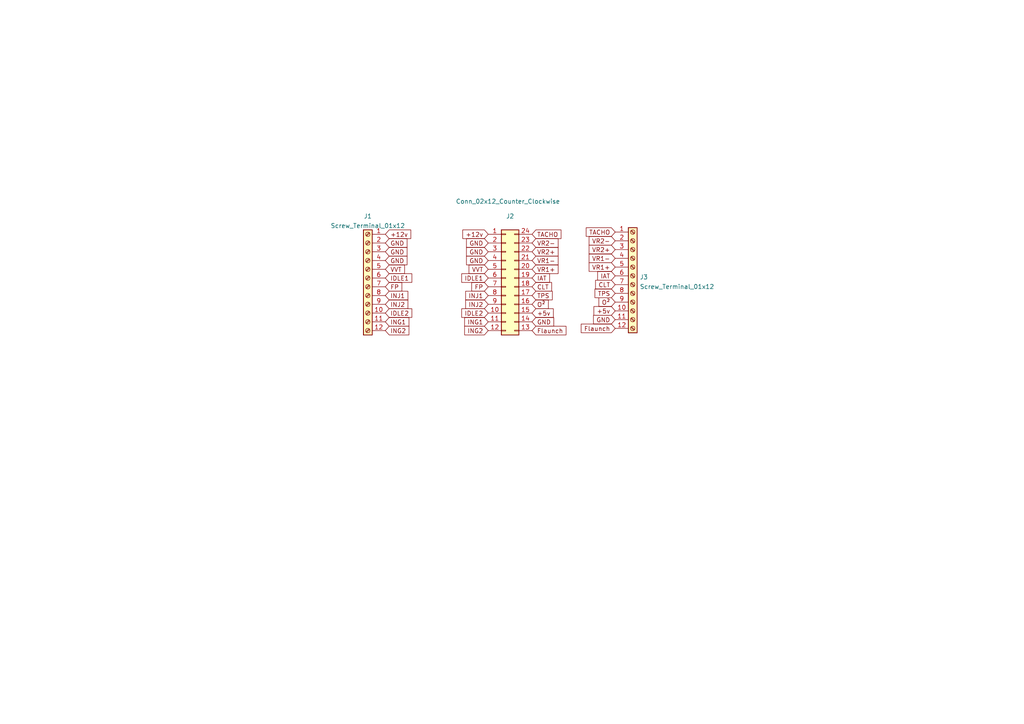
<source format=kicad_sch>
(kicad_sch (version 20211123) (generator eeschema)
  (paper "A4")
  (title_block (title "Plug Connector molex microfit 3.0 To Screew") (date "2022-04-25") (rev "v0.1"))
  (lib_symbols
    (symbol "Connector:Screw_Terminal_01x12" (pin_names (offset 1.016) hide)
      (property "Reference" "J" (at 0 15.24 0))
      (property "Value" "Screw_Terminal_01x12" (at 0 -17.78 0))
      (symbol "Screw_Terminal_01x12_1_1"
        (rectangle (start -1.27 13.97) (end 1.27 -16.51) (stroke (width 0.254)) (fill (type background)))
        (circle (center 0 -15.24) (radius 0.635) (stroke (width 0.1524)))
        (circle (center 0 -12.7) (radius 0.635) (stroke (width 0.1524)))
        (circle (center 0 -10.16) (radius 0.635) (stroke (width 0.1524)))
        (circle (center 0 -7.62) (radius 0.635) (stroke (width 0.1524)))
        (circle (center 0 -5.08) (radius 0.635) (stroke (width 0.1524)))
        (circle (center 0 -2.54) (radius 0.635) (stroke (width 0.1524)))
        (polyline (pts (xy -0.5334 -14.9098) (xy 0.3302 -15.748)) (stroke (width 0.1524)))
        (polyline (pts (xy -0.5334 -12.3698) (xy 0.3302 -13.208)) (stroke (width 0.1524)))
        (polyline (pts (xy -0.5334 -9.8298) (xy 0.3302 -10.668)) (stroke (width 0.1524)))
        (polyline (pts (xy -0.5334 -7.2898) (xy 0.3302 -8.128)) (stroke (width 0.1524)))
        (polyline (pts (xy -0.5334 -4.7498) (xy 0.3302 -5.588)) (stroke (width 0.1524)))
        (polyline (pts (xy -0.5334 -2.2098) (xy 0.3302 -3.048)) (stroke (width 0.1524)))
        (polyline (pts (xy -0.5334 0.3302) (xy 0.3302 -0.508)) (stroke (width 0.1524)))
        (polyline (pts (xy -0.5334 2.8702) (xy 0.3302 2.032)) (stroke (width 0.1524)))
        (polyline (pts (xy -0.5334 5.4102) (xy 0.3302 4.572)) (stroke (width 0.1524)))
        (polyline (pts (xy -0.5334 7.9502) (xy 0.3302 7.112)) (stroke (width 0.1524)))
        (polyline (pts (xy -0.5334 10.4902) (xy 0.3302 9.652)) (stroke (width 0.1524)))
        (polyline (pts (xy -0.5334 13.0302) (xy 0.3302 12.192)) (stroke (width 0.1524)))
        (polyline (pts (xy -0.3556 -14.732) (xy 0.508 -15.5702)) (stroke (width 0.1524)))
        (polyline (pts (xy -0.3556 -12.192) (xy 0.508 -13.0302)) (stroke (width 0.1524)))
        (polyline (pts (xy -0.3556 -9.652) (xy 0.508 -10.4902)) (stroke (width 0.1524)))
        (polyline (pts (xy -0.3556 -7.112) (xy 0.508 -7.9502)) (stroke (width 0.1524)))
        (polyline (pts (xy -0.3556 -4.572) (xy 0.508 -5.4102)) (stroke (width 0.1524)))
        (polyline (pts (xy -0.3556 -2.032) (xy 0.508 -2.8702)) (stroke (width 0.1524)))
        (polyline (pts (xy -0.3556 0.508) (xy 0.508 -0.3302)) (stroke (width 0.1524)))
        (polyline (pts (xy -0.3556 3.048) (xy 0.508 2.2098)) (stroke (width 0.1524)))
        (polyline (pts (xy -0.3556 5.588) (xy 0.508 4.7498)) (stroke (width 0.1524)))
        (polyline (pts (xy -0.3556 8.128) (xy 0.508 7.2898)) (stroke (width 0.1524)))
        (polyline (pts (xy -0.3556 10.668) (xy 0.508 9.8298)) (stroke (width 0.1524)))
        (polyline (pts (xy -0.3556 13.208) (xy 0.508 12.3698)) (stroke (width 0.1524)))
        (circle (center 0 0) (radius 0.635) (stroke (width 0.1524)))
        (circle (center 0 2.54) (radius 0.635) (stroke (width 0.1524)))
        (circle (center 0 5.08) (radius 0.635) (stroke (width 0.1524)))
        (circle (center 0 7.62) (radius 0.635) (stroke (width 0.1524)))
        (circle (center 0 10.16) (radius 0.635) (stroke (width 0.1524)))
        (circle (center 0 12.7) (radius 0.635) (stroke (width 0.1524)))
        (pin passive line (at -5.08 12.7 0) (length 3.81) (name "Pin_1") (number "1"))
        (pin passive line (at -5.08 -10.16 0) (length 3.81) (name "Pin_10") (number "10"))
        (pin passive line (at -5.08 -12.7 0) (length 3.81) (name "Pin_11") (number "11"))
        (pin passive line (at -5.08 -15.24 0) (length 3.81) (name "Pin_12") (number "12"))
        (pin passive line (at -5.08 10.16 0) (length 3.81) (name "Pin_2") (number "2"))
        (pin passive line (at -5.08 7.62 0) (length 3.81) (name "Pin_3") (number "3"))
        (pin passive line (at -5.08 5.08 0) (length 3.81) (name "Pin_4") (number "4"))
        (pin passive line (at -5.08 2.54 0) (length 3.81) (name "Pin_5") (number "5"))
        (pin passive line (at -5.08 0 0) (length 3.81) (name "Pin_6") (number "6"))
        (pin passive line (at -5.08 -2.54 0) (length 3.81) (name "Pin_7") (number "7"))
        (pin passive line (at -5.08 -5.08 0) (length 3.81) (name "Pin_8") (number "8"))
        (pin passive line (at -5.08 -7.62 0) (length 3.81) (name "Pin_9") (number "9"))
      )
    )
    (symbol "Connector_Generic:Conn_02x12_Counter_Clockwise" (pin_names (offset 1.016) hide)
      (property "Reference" "J" (at 1.27 15.24 0))
      (property "Value" "Conn_02x12_Counter_Clockwise" (at 1.27 -17.78 0))
      (symbol "Conn_02x12_Counter_Clockwise_1_1"
        (rectangle (start -1.27 -15.113) (end 0 -15.367) (stroke (width 0.1524)))
        (rectangle (start -1.27 -12.573) (end 0 -12.827) (stroke (width 0.1524)))
        (rectangle (start -1.27 -10.033) (end 0 -10.287) (stroke (width 0.1524)))
        (rectangle (start -1.27 -7.493) (end 0 -7.747) (stroke (width 0.1524)))
        (rectangle (start -1.27 -4.953) (end 0 -5.207) (stroke (width 0.1524)))
        (rectangle (start -1.27 -2.413) (end 0 -2.667) (stroke (width 0.1524)))
        (rectangle (start -1.27 0.127) (end 0 -0.127) (stroke (width 0.1524)))
        (rectangle (start -1.27 2.667) (end 0 2.413) (stroke (width 0.1524)))
        (rectangle (start -1.27 5.207) (end 0 4.953) (stroke (width 0.1524)))
        (rectangle (start -1.27 7.747) (end 0 7.493) (stroke (width 0.1524)))
        (rectangle (start -1.27 10.287) (end 0 10.033) (stroke (width 0.1524)))
        (rectangle (start -1.27 12.827) (end 0 12.573) (stroke (width 0.1524)))
        (rectangle (start -1.27 13.97) (end 3.81 -16.51) (stroke (width 0.254)) (fill (type background)))
        (rectangle (start 3.81 -15.113) (end 2.54 -15.367) (stroke (width 0.1524)))
        (rectangle (start 3.81 -12.573) (end 2.54 -12.827) (stroke (width 0.1524)))
        (rectangle (start 3.81 -10.033) (end 2.54 -10.287) (stroke (width 0.1524)))
        (rectangle (start 3.81 -7.493) (end 2.54 -7.747) (stroke (width 0.1524)))
        (rectangle (start 3.81 -4.953) (end 2.54 -5.207) (stroke (width 0.1524)))
        (rectangle (start 3.81 -2.413) (end 2.54 -2.667) (stroke (width 0.1524)))
        (rectangle (start 3.81 0.127) (end 2.54 -0.127) (stroke (width 0.1524)))
        (rectangle (start 3.81 2.667) (end 2.54 2.413) (stroke (width 0.1524)))
        (rectangle (start 3.81 5.207) (end 2.54 4.953) (stroke (width 0.1524)))
        (rectangle (start 3.81 7.747) (end 2.54 7.493) (stroke (width 0.1524)))
        (rectangle (start 3.81 10.287) (end 2.54 10.033) (stroke (width 0.1524)))
        (rectangle (start 3.81 12.827) (end 2.54 12.573) (stroke (width 0.1524)))
        (pin passive line (at -5.08 12.7 0) (length 3.81) (name "Pin_1") (number "1"))
        (pin passive line (at -5.08 -10.16 0) (length 3.81) (name "Pin_10") (number "10"))
        (pin passive line (at -5.08 -12.7 0) (length 3.81) (name "Pin_11") (number "11"))
        (pin passive line (at -5.08 -15.24 0) (length 3.81) (name "Pin_12") (number "12"))
        (pin passive line (at 7.62 -15.24 180) (length 3.81) (name "Pin_13") (number "13"))
        (pin passive line (at 7.62 -12.7 180) (length 3.81) (name "Pin_14") (number "14"))
        (pin passive line (at 7.62 -10.16 180) (length 3.81) (name "Pin_15") (number "15"))
        (pin passive line (at 7.62 -7.62 180) (length 3.81) (name "Pin_16") (number "16"))
        (pin passive line (at 7.62 -5.08 180) (length 3.81) (name "Pin_17") (number "17"))
        (pin passive line (at 7.62 -2.54 180) (length 3.81) (name "Pin_18") (number "18"))
        (pin passive line (at 7.62 0 180) (length 3.81) (name "Pin_19") (number "19"))
        (pin passive line (at -5.08 10.16 0) (length 3.81) (name "Pin_2") (number "2"))
        (pin passive line (at 7.62 2.54 180) (length 3.81) (name "Pin_20") (number "20"))
        (pin passive line (at 7.62 5.08 180) (length 3.81) (name "Pin_21") (number "21"))
        (pin passive line (at 7.62 7.62 180) (length 3.81) (name "Pin_22") (number "22"))
        (pin passive line (at 7.62 10.16 180) (length 3.81) (name "Pin_23") (number "23"))
        (pin passive line (at 7.62 12.7 180) (length 3.81) (name "Pin_24") (number "24"))
        (pin passive line (at -5.08 7.62 0) (length 3.81) (name "Pin_3") (number "3"))
        (pin passive line (at -5.08 5.08 0) (length 3.81) (name "Pin_4") (number "4"))
        (pin passive line (at -5.08 2.54 0) (length 3.81) (name "Pin_5") (number "5"))
        (pin passive line (at -5.08 0 0) (length 3.81) (name "Pin_6") (number "6"))
        (pin passive line (at -5.08 -2.54 0) (length 3.81) (name "Pin_7") (number "7"))
        (pin passive line (at -5.08 -5.08 0) (length 3.81) (name "Pin_8") (number "8"))
        (pin passive line (at -5.08 -7.62 0) (length 3.81) (name "Pin_9") (number "9"))
      )
    )
  )
  (global_label "INJ1" (shape input) (at 111.76 85.725 0) (property "Intersheet References" "${INTERSHEET_REFS}" (effects hide)))
  (global_label "ING2" (shape input) (at 141.605 95.885 180) (property "Intersheet References" "${INTERSHEET_REFS}" (effects hide)))
  (global_label "+12v" (shape input) (at 111.76 67.945 0) (property "Intersheet References" "${INTERSHEET_REFS}" (effects hide)))
  (global_label "ING2" (shape input) (at 111.76 95.885 0) (property "Intersheet References" "${INTERSHEET_REFS}" (effects hide)))
  (global_label "Flaunch" (shape input) (at 154.305 95.885 0) (property "Intersheet References" "${INTERSHEET_REFS}" (effects hide)))
  (global_label "IAT" (shape input) (at 154.305 80.645 0) (property "Intersheet References" "${INTERSHEET_REFS}" (effects hide)))
  (global_label "+5v" (shape input) (at 178.435 90.17 180) (property "Intersheet References" "${INTERSHEET_REFS}" (effects hide)))
  (global_label "GND" (shape input) (at 178.435 92.71 180) (property "Intersheet References" "${INTERSHEET_REFS}" (effects hide)))
  (global_label "VR2-" (shape input) (at 178.435 69.85 180) (property "Intersheet References" "${INTERSHEET_REFS}" (effects hide)))
  (global_label "VR2-" (shape input) (at 154.305 70.485 0) (property "Intersheet References" "${INTERSHEET_REFS}" (effects hide)))
  (global_label "ING1" (shape input) (at 141.605 93.345 180) (property "Intersheet References" "${INTERSHEET_REFS}" (effects hide)))
  (global_label "VVT" (shape input) (at 141.605 78.105 180) (property "Intersheet References" "${INTERSHEET_REFS}" (effects hide)))
  (global_label "TPS" (shape input) (at 154.305 85.725 0) (property "Intersheet References" "${INTERSHEET_REFS}" (effects hide)))
  (global_label "INJ2" (shape input) (at 111.76 88.265 0) (property "Intersheet References" "${INTERSHEET_REFS}" (effects hide)))
  (global_label "VR2+" (shape input) (at 178.435 72.39 180) (property "Intersheet References" "${INTERSHEET_REFS}" (effects hide)))
  (global_label "VVT" (shape input) (at 111.76 78.105 0) (property "Intersheet References" "${INTERSHEET_REFS}" (effects hide)))
  (global_label "CLT" (shape input) (at 154.305 83.185 0) (property "Intersheet References" "${INTERSHEET_REFS}" (effects hide)))
  (global_label "VR1-" (shape input) (at 154.305 75.565 0) (property "Intersheet References" "${INTERSHEET_REFS}" (effects hide)))
  (global_label "VR2+" (shape input) (at 154.305 73.025 0) (property "Intersheet References" "${INTERSHEET_REFS}" (effects hide)))
  (global_label "INJ1" (shape input) (at 141.605 85.725 180) (property "Intersheet References" "${INTERSHEET_REFS}" (effects hide)))
  (global_label "CLT" (shape input) (at 178.435 82.55 180) (property "Intersheet References" "${INTERSHEET_REFS}" (effects hide)))
  (global_label "TACHO" (shape input) (at 178.435 67.31 180) (property "Intersheet References" "${INTERSHEET_REFS}" (effects hide)))
  (global_label "GND" (shape input) (at 141.605 70.485 180) (property "Intersheet References" "${INTERSHEET_REFS}" (effects hide)))
  (global_label "+5v" (shape input) (at 154.305 90.805 0) (property "Intersheet References" "${INTERSHEET_REFS}" (effects hide)))
  (global_label "GND" (shape input) (at 154.305 93.345 0) (property "Intersheet References" "${INTERSHEET_REFS}" (effects hide)))
  (global_label "TPS" (shape input) (at 178.435 85.09 180) (property "Intersheet References" "${INTERSHEET_REFS}" (effects hide)))
  (global_label "TACHO" (shape input) (at 154.305 67.945 0) (property "Intersheet References" "${INTERSHEET_REFS}" (effects hide)))
  (global_label "IDLE2" (shape input) (at 111.76 90.805 0) (property "Intersheet References" "${INTERSHEET_REFS}" (effects hide)))
  (global_label "VR1-" (shape input) (at 178.435 74.93 180) (property "Intersheet References" "${INTERSHEET_REFS}" (effects hide)))
  (global_label "VR1+" (shape input) (at 178.435 77.47 180) (property "Intersheet References" "${INTERSHEET_REFS}" (effects hide)))
  (global_label "+12v" (shape input) (at 141.605 67.945 180) (property "Intersheet References" "${INTERSHEET_REFS}" (effects hide)))
  (global_label "O²" (shape input) (at 178.435 87.63 180) (property "Intersheet References" "${INTERSHEET_REFS}" (effects hide)))
  (global_label "FP" (shape input) (at 141.605 83.185 180) (property "Intersheet References" "${INTERSHEET_REFS}" (effects hide)))
  (global_label "VR1+" (shape input) (at 154.305 78.105 0) (property "Intersheet References" "${INTERSHEET_REFS}" (effects hide)))
  (global_label "IDLE2" (shape input) (at 141.605 90.805 180) (property "Intersheet References" "${INTERSHEET_REFS}" (effects hide)))
  (global_label "IDLE1" (shape input) (at 111.76 80.645 0) (property "Intersheet References" "${INTERSHEET_REFS}" (effects hide)))
  (global_label "GND" (shape input) (at 111.76 73.025 0) (property "Intersheet References" "${INTERSHEET_REFS}" (effects hide)))
  (global_label "O²" (shape input) (at 154.305 88.265 0) (property "Intersheet References" "${INTERSHEET_REFS}" (effects hide)))
  (global_label "IDLE1" (shape input) (at 141.605 80.645 180) (property "Intersheet References" "${INTERSHEET_REFS}" (effects hide)))
  (global_label "GND" (shape input) (at 141.605 75.565 180) (property "Intersheet References" "${INTERSHEET_REFS}" (effects hide)))
  (global_label "GND" (shape input) (at 141.605 73.025 180) (property "Intersheet References" "${INTERSHEET_REFS}" (effects hide)))
  (global_label "FP" (shape input) (at 111.76 83.185 0) (property "Intersheet References" "${INTERSHEET_REFS}" (effects hide)))
  (global_label "Flaunch" (shape input) (at 178.435 95.25 180) (property "Intersheet References" "${INTERSHEET_REFS}" (effects hide)))
  (global_label "ING1" (shape input) (at 111.76 93.345 0) (property "Intersheet References" "${INTERSHEET_REFS}" (effects hide)))
  (global_label "GND" (shape input) (at 111.76 70.485 0) (property "Intersheet References" "${INTERSHEET_REFS}" (effects hide)))
  (global_label "INJ2" (shape input) (at 141.605 88.265 180) (property "Intersheet References" "${INTERSHEET_REFS}" (effects hide)))
  (global_label "GND" (shape input) (at 111.76 75.565 0) (property "Intersheet References" "${INTERSHEET_REFS}" (effects hide)))
  (global_label "IAT" (shape input) (at 178.435 80.01 180) (property "Intersheet References" "${INTERSHEET_REFS}" (effects hide)))
  (symbol (lib_id "Connector_Generic:Conn_02x12_Counter_Clockwise") (at 146.685 80.645 0) (unit 1)
    (property "Reference" "J2" (at 147.955 62.7085 0))
    (property "Value" "Conn_02x12_Counter_Clockwise" (at 147.32 58.42 0))
    (property "Footprint" "Connector_Molex:Molex_Micro-Fit_3.0_43045-2400_2x12_P3.00mm_Horizontal" (effects hide))
  )
  (symbol (lib_id "Connector:Screw_Terminal_01x12") (at 106.68 80.645 0) (mirror y) (unit 1)
    (property "Reference" "J1" (at 106.68 62.7085 0))
    (property "Value" "Screw_Terminal_01x12" (at 106.68 65.4836 0))
    (property "Footprint" "TerminalBlock_4Ucon:TerminalBlock_4Ucon_1x12_P3.50mm_Horizontal" (effects hide))
  )
  (symbol (lib_id "Connector:Screw_Terminal_01x12") (at 183.515 80.01 0) (unit 1)
    (property "Reference" "J3" (at 185.547 80.3715 0) (effects (justify left)))
    (property "Value" "Screw_Terminal_01x12" (at 185.547 83.1466 0) (effects (justify left)))
    (property "Footprint" "TerminalBlock_4Ucon:TerminalBlock_4Ucon_1x12_P3.50mm_Horizontal" (effects hide))
  )
)
</source>
